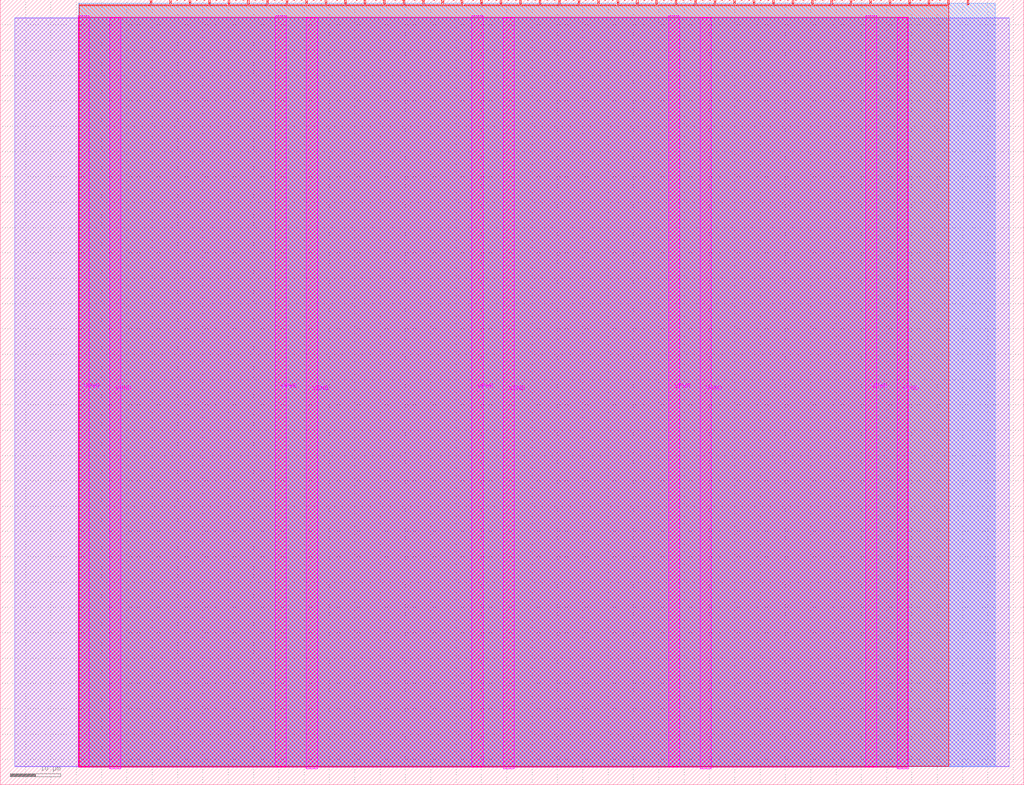
<source format=lef>
VERSION 5.7 ;
  NOWIREEXTENSIONATPIN ON ;
  DIVIDERCHAR "/" ;
  BUSBITCHARS "[]" ;
MACRO tt_um_wokwi_455291701422995457
  CLASS BLOCK ;
  FOREIGN tt_um_wokwi_455291701422995457 ;
  ORIGIN 0.000 0.000 ;
  SIZE 202.080 BY 154.980 ;
  PIN VGND
    DIRECTION INOUT ;
    USE GROUND ;
    PORT
      LAYER TopMetal1 ;
        RECT 21.580 3.150 23.780 151.420 ;
    END
    PORT
      LAYER TopMetal1 ;
        RECT 60.450 3.150 62.650 151.420 ;
    END
    PORT
      LAYER TopMetal1 ;
        RECT 99.320 3.150 101.520 151.420 ;
    END
    PORT
      LAYER TopMetal1 ;
        RECT 138.190 3.150 140.390 151.420 ;
    END
    PORT
      LAYER TopMetal1 ;
        RECT 177.060 3.150 179.260 151.420 ;
    END
  END VGND
  PIN VPWR
    DIRECTION INOUT ;
    USE POWER ;
    PORT
      LAYER TopMetal1 ;
        RECT 15.380 3.560 17.580 151.830 ;
    END
    PORT
      LAYER TopMetal1 ;
        RECT 54.250 3.560 56.450 151.830 ;
    END
    PORT
      LAYER TopMetal1 ;
        RECT 93.120 3.560 95.320 151.830 ;
    END
    PORT
      LAYER TopMetal1 ;
        RECT 131.990 3.560 134.190 151.830 ;
    END
    PORT
      LAYER TopMetal1 ;
        RECT 170.860 3.560 173.060 151.830 ;
    END
  END VPWR
  PIN clk
    DIRECTION INPUT ;
    USE SIGNAL ;
    ANTENNAGATEAREA 0.241800 ;
    PORT
      LAYER Metal4 ;
        RECT 187.050 153.980 187.350 154.980 ;
    END
  END clk
  PIN ena
    DIRECTION INPUT ;
    USE SIGNAL ;
    PORT
      LAYER Metal4 ;
        RECT 190.890 153.980 191.190 154.980 ;
    END
  END ena
  PIN rst_n
    DIRECTION INPUT ;
    USE SIGNAL ;
    PORT
      LAYER Metal4 ;
        RECT 183.210 153.980 183.510 154.980 ;
    END
  END rst_n
  PIN ui_in[0]
    DIRECTION INPUT ;
    USE SIGNAL ;
    ANTENNAGATEAREA 0.213200 ;
    PORT
      LAYER Metal4 ;
        RECT 179.370 153.980 179.670 154.980 ;
    END
  END ui_in[0]
  PIN ui_in[1]
    DIRECTION INPUT ;
    USE SIGNAL ;
    PORT
      LAYER Metal4 ;
        RECT 175.530 153.980 175.830 154.980 ;
    END
  END ui_in[1]
  PIN ui_in[2]
    DIRECTION INPUT ;
    USE SIGNAL ;
    ANTENNAGATEAREA 0.180700 ;
    PORT
      LAYER Metal4 ;
        RECT 171.690 153.980 171.990 154.980 ;
    END
  END ui_in[2]
  PIN ui_in[3]
    DIRECTION INPUT ;
    USE SIGNAL ;
    ANTENNAGATEAREA 0.180700 ;
    PORT
      LAYER Metal4 ;
        RECT 167.850 153.980 168.150 154.980 ;
    END
  END ui_in[3]
  PIN ui_in[4]
    DIRECTION INPUT ;
    USE SIGNAL ;
    PORT
      LAYER Metal4 ;
        RECT 164.010 153.980 164.310 154.980 ;
    END
  END ui_in[4]
  PIN ui_in[5]
    DIRECTION INPUT ;
    USE SIGNAL ;
    PORT
      LAYER Metal4 ;
        RECT 160.170 153.980 160.470 154.980 ;
    END
  END ui_in[5]
  PIN ui_in[6]
    DIRECTION INPUT ;
    USE SIGNAL ;
    PORT
      LAYER Metal4 ;
        RECT 156.330 153.980 156.630 154.980 ;
    END
  END ui_in[6]
  PIN ui_in[7]
    DIRECTION INPUT ;
    USE SIGNAL ;
    PORT
      LAYER Metal4 ;
        RECT 152.490 153.980 152.790 154.980 ;
    END
  END ui_in[7]
  PIN uio_in[0]
    DIRECTION INPUT ;
    USE SIGNAL ;
    PORT
      LAYER Metal4 ;
        RECT 148.650 153.980 148.950 154.980 ;
    END
  END uio_in[0]
  PIN uio_in[1]
    DIRECTION INPUT ;
    USE SIGNAL ;
    PORT
      LAYER Metal4 ;
        RECT 144.810 153.980 145.110 154.980 ;
    END
  END uio_in[1]
  PIN uio_in[2]
    DIRECTION INPUT ;
    USE SIGNAL ;
    PORT
      LAYER Metal4 ;
        RECT 140.970 153.980 141.270 154.980 ;
    END
  END uio_in[2]
  PIN uio_in[3]
    DIRECTION INPUT ;
    USE SIGNAL ;
    PORT
      LAYER Metal4 ;
        RECT 137.130 153.980 137.430 154.980 ;
    END
  END uio_in[3]
  PIN uio_in[4]
    DIRECTION INPUT ;
    USE SIGNAL ;
    PORT
      LAYER Metal4 ;
        RECT 133.290 153.980 133.590 154.980 ;
    END
  END uio_in[4]
  PIN uio_in[5]
    DIRECTION INPUT ;
    USE SIGNAL ;
    PORT
      LAYER Metal4 ;
        RECT 129.450 153.980 129.750 154.980 ;
    END
  END uio_in[5]
  PIN uio_in[6]
    DIRECTION INPUT ;
    USE SIGNAL ;
    PORT
      LAYER Metal4 ;
        RECT 125.610 153.980 125.910 154.980 ;
    END
  END uio_in[6]
  PIN uio_in[7]
    DIRECTION INPUT ;
    USE SIGNAL ;
    PORT
      LAYER Metal4 ;
        RECT 121.770 153.980 122.070 154.980 ;
    END
  END uio_in[7]
  PIN uio_oe[0]
    DIRECTION OUTPUT ;
    USE SIGNAL ;
    ANTENNADIFFAREA 0.299200 ;
    PORT
      LAYER Metal4 ;
        RECT 56.490 153.980 56.790 154.980 ;
    END
  END uio_oe[0]
  PIN uio_oe[1]
    DIRECTION OUTPUT ;
    USE SIGNAL ;
    ANTENNADIFFAREA 0.299200 ;
    PORT
      LAYER Metal4 ;
        RECT 52.650 153.980 52.950 154.980 ;
    END
  END uio_oe[1]
  PIN uio_oe[2]
    DIRECTION OUTPUT ;
    USE SIGNAL ;
    ANTENNADIFFAREA 0.299200 ;
    PORT
      LAYER Metal4 ;
        RECT 48.810 153.980 49.110 154.980 ;
    END
  END uio_oe[2]
  PIN uio_oe[3]
    DIRECTION OUTPUT ;
    USE SIGNAL ;
    ANTENNADIFFAREA 0.299200 ;
    PORT
      LAYER Metal4 ;
        RECT 44.970 153.980 45.270 154.980 ;
    END
  END uio_oe[3]
  PIN uio_oe[4]
    DIRECTION OUTPUT ;
    USE SIGNAL ;
    ANTENNADIFFAREA 0.299200 ;
    PORT
      LAYER Metal4 ;
        RECT 41.130 153.980 41.430 154.980 ;
    END
  END uio_oe[4]
  PIN uio_oe[5]
    DIRECTION OUTPUT ;
    USE SIGNAL ;
    ANTENNADIFFAREA 0.299200 ;
    PORT
      LAYER Metal4 ;
        RECT 37.290 153.980 37.590 154.980 ;
    END
  END uio_oe[5]
  PIN uio_oe[6]
    DIRECTION OUTPUT ;
    USE SIGNAL ;
    ANTENNADIFFAREA 0.299200 ;
    PORT
      LAYER Metal4 ;
        RECT 33.450 153.980 33.750 154.980 ;
    END
  END uio_oe[6]
  PIN uio_oe[7]
    DIRECTION OUTPUT ;
    USE SIGNAL ;
    ANTENNADIFFAREA 0.299200 ;
    PORT
      LAYER Metal4 ;
        RECT 29.610 153.980 29.910 154.980 ;
    END
  END uio_oe[7]
  PIN uio_out[0]
    DIRECTION OUTPUT ;
    USE SIGNAL ;
    ANTENNADIFFAREA 0.299200 ;
    PORT
      LAYER Metal4 ;
        RECT 87.210 153.980 87.510 154.980 ;
    END
  END uio_out[0]
  PIN uio_out[1]
    DIRECTION OUTPUT ;
    USE SIGNAL ;
    ANTENNADIFFAREA 0.299200 ;
    PORT
      LAYER Metal4 ;
        RECT 83.370 153.980 83.670 154.980 ;
    END
  END uio_out[1]
  PIN uio_out[2]
    DIRECTION OUTPUT ;
    USE SIGNAL ;
    ANTENNADIFFAREA 0.299200 ;
    PORT
      LAYER Metal4 ;
        RECT 79.530 153.980 79.830 154.980 ;
    END
  END uio_out[2]
  PIN uio_out[3]
    DIRECTION OUTPUT ;
    USE SIGNAL ;
    ANTENNADIFFAREA 0.299200 ;
    PORT
      LAYER Metal4 ;
        RECT 75.690 153.980 75.990 154.980 ;
    END
  END uio_out[3]
  PIN uio_out[4]
    DIRECTION OUTPUT ;
    USE SIGNAL ;
    ANTENNADIFFAREA 0.299200 ;
    PORT
      LAYER Metal4 ;
        RECT 71.850 153.980 72.150 154.980 ;
    END
  END uio_out[4]
  PIN uio_out[5]
    DIRECTION OUTPUT ;
    USE SIGNAL ;
    ANTENNADIFFAREA 0.299200 ;
    PORT
      LAYER Metal4 ;
        RECT 68.010 153.980 68.310 154.980 ;
    END
  END uio_out[5]
  PIN uio_out[6]
    DIRECTION OUTPUT ;
    USE SIGNAL ;
    ANTENNADIFFAREA 0.299200 ;
    PORT
      LAYER Metal4 ;
        RECT 64.170 153.980 64.470 154.980 ;
    END
  END uio_out[6]
  PIN uio_out[7]
    DIRECTION OUTPUT ;
    USE SIGNAL ;
    ANTENNADIFFAREA 0.299200 ;
    PORT
      LAYER Metal4 ;
        RECT 60.330 153.980 60.630 154.980 ;
    END
  END uio_out[7]
  PIN uo_out[0]
    DIRECTION OUTPUT ;
    USE SIGNAL ;
    ANTENNADIFFAREA 0.708600 ;
    PORT
      LAYER Metal4 ;
        RECT 117.930 153.980 118.230 154.980 ;
    END
  END uo_out[0]
  PIN uo_out[1]
    DIRECTION OUTPUT ;
    USE SIGNAL ;
    ANTENNADIFFAREA 0.299200 ;
    PORT
      LAYER Metal4 ;
        RECT 114.090 153.980 114.390 154.980 ;
    END
  END uo_out[1]
  PIN uo_out[2]
    DIRECTION OUTPUT ;
    USE SIGNAL ;
    ANTENNADIFFAREA 0.299200 ;
    PORT
      LAYER Metal4 ;
        RECT 110.250 153.980 110.550 154.980 ;
    END
  END uo_out[2]
  PIN uo_out[3]
    DIRECTION OUTPUT ;
    USE SIGNAL ;
    ANTENNADIFFAREA 0.299200 ;
    PORT
      LAYER Metal4 ;
        RECT 106.410 153.980 106.710 154.980 ;
    END
  END uo_out[3]
  PIN uo_out[4]
    DIRECTION OUTPUT ;
    USE SIGNAL ;
    ANTENNADIFFAREA 0.299200 ;
    PORT
      LAYER Metal4 ;
        RECT 102.570 153.980 102.870 154.980 ;
    END
  END uo_out[4]
  PIN uo_out[5]
    DIRECTION OUTPUT ;
    USE SIGNAL ;
    ANTENNADIFFAREA 0.299200 ;
    PORT
      LAYER Metal4 ;
        RECT 98.730 153.980 99.030 154.980 ;
    END
  END uo_out[5]
  PIN uo_out[6]
    DIRECTION OUTPUT ;
    USE SIGNAL ;
    ANTENNADIFFAREA 0.299200 ;
    PORT
      LAYER Metal4 ;
        RECT 94.890 153.980 95.190 154.980 ;
    END
  END uo_out[6]
  PIN uo_out[7]
    DIRECTION OUTPUT ;
    USE SIGNAL ;
    ANTENNADIFFAREA 0.299200 ;
    PORT
      LAYER Metal4 ;
        RECT 91.050 153.980 91.350 154.980 ;
    END
  END uo_out[7]
  OBS
      LAYER GatPoly ;
        RECT 2.880 3.630 199.200 151.350 ;
      LAYER Metal1 ;
        RECT 2.880 3.560 199.200 151.420 ;
      LAYER Metal2 ;
        RECT 15.560 3.635 196.425 154.285 ;
      LAYER Metal3 ;
        RECT 15.515 3.680 196.465 154.240 ;
      LAYER Metal4 ;
        RECT 15.560 153.770 29.400 153.980 ;
        RECT 30.120 153.770 33.240 153.980 ;
        RECT 33.960 153.770 37.080 153.980 ;
        RECT 37.800 153.770 40.920 153.980 ;
        RECT 41.640 153.770 44.760 153.980 ;
        RECT 45.480 153.770 48.600 153.980 ;
        RECT 49.320 153.770 52.440 153.980 ;
        RECT 53.160 153.770 56.280 153.980 ;
        RECT 57.000 153.770 60.120 153.980 ;
        RECT 60.840 153.770 63.960 153.980 ;
        RECT 64.680 153.770 67.800 153.980 ;
        RECT 68.520 153.770 71.640 153.980 ;
        RECT 72.360 153.770 75.480 153.980 ;
        RECT 76.200 153.770 79.320 153.980 ;
        RECT 80.040 153.770 83.160 153.980 ;
        RECT 83.880 153.770 87.000 153.980 ;
        RECT 87.720 153.770 90.840 153.980 ;
        RECT 91.560 153.770 94.680 153.980 ;
        RECT 95.400 153.770 98.520 153.980 ;
        RECT 99.240 153.770 102.360 153.980 ;
        RECT 103.080 153.770 106.200 153.980 ;
        RECT 106.920 153.770 110.040 153.980 ;
        RECT 110.760 153.770 113.880 153.980 ;
        RECT 114.600 153.770 117.720 153.980 ;
        RECT 118.440 153.770 121.560 153.980 ;
        RECT 122.280 153.770 125.400 153.980 ;
        RECT 126.120 153.770 129.240 153.980 ;
        RECT 129.960 153.770 133.080 153.980 ;
        RECT 133.800 153.770 136.920 153.980 ;
        RECT 137.640 153.770 140.760 153.980 ;
        RECT 141.480 153.770 144.600 153.980 ;
        RECT 145.320 153.770 148.440 153.980 ;
        RECT 149.160 153.770 152.280 153.980 ;
        RECT 153.000 153.770 156.120 153.980 ;
        RECT 156.840 153.770 159.960 153.980 ;
        RECT 160.680 153.770 163.800 153.980 ;
        RECT 164.520 153.770 167.640 153.980 ;
        RECT 168.360 153.770 171.480 153.980 ;
        RECT 172.200 153.770 175.320 153.980 ;
        RECT 176.040 153.770 179.160 153.980 ;
        RECT 179.880 153.770 183.000 153.980 ;
        RECT 183.720 153.770 186.840 153.980 ;
        RECT 15.560 3.635 187.300 153.770 ;
      LAYER Metal5 ;
        RECT 15.515 3.470 179.125 151.510 ;
  END
END tt_um_wokwi_455291701422995457
END LIBRARY


</source>
